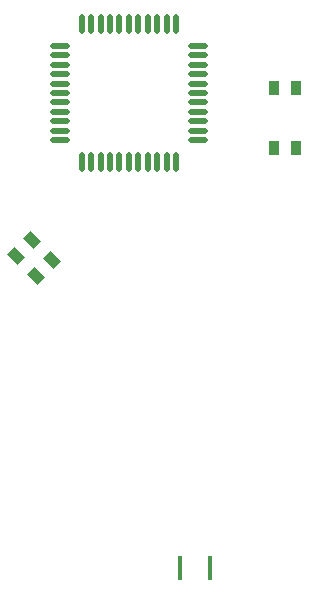
<source format=gtp>
G04*
G04 #@! TF.GenerationSoftware,Altium Limited,Altium Designer,22.2.1 (43)*
G04*
G04 Layer_Color=8421504*
%FSLAX25Y25*%
%MOIN*%
G70*
G04*
G04 #@! TF.SameCoordinates,9C75C661-4079-485B-A4B9-5B77D2324FE1*
G04*
G04*
G04 #@! TF.FilePolarity,Positive*
G04*
G01*
G75*
%ADD18O,0.01968X0.06693*%
%ADD19O,0.06693X0.01968*%
%ADD20R,0.03500X0.05000*%
%ADD21R,0.01500X0.08465*%
G04:AMPARAMS|DCode=22|XSize=50mil|YSize=35mil|CornerRadius=0mil|HoleSize=0mil|Usage=FLASHONLY|Rotation=135.000|XOffset=0mil|YOffset=0mil|HoleType=Round|Shape=Rectangle|*
%AMROTATEDRECTD22*
4,1,4,0.03005,-0.00530,0.00530,-0.03005,-0.03005,0.00530,-0.00530,0.03005,0.03005,-0.00530,0.0*
%
%ADD22ROTATEDRECTD22*%

D18*
X107931Y156232D02*
D03*
X111081D02*
D03*
X114230D02*
D03*
X117380D02*
D03*
X120530D02*
D03*
X123679D02*
D03*
X126829D02*
D03*
X129978D02*
D03*
X133128D02*
D03*
X136278D02*
D03*
X139427D02*
D03*
Y202295D02*
D03*
X136278D02*
D03*
X133128D02*
D03*
X129978D02*
D03*
X126829D02*
D03*
X123679D02*
D03*
X120530D02*
D03*
X117380D02*
D03*
X114230D02*
D03*
X111081D02*
D03*
X107931D02*
D03*
D19*
X146711Y163516D02*
D03*
Y166665D02*
D03*
Y169815D02*
D03*
Y172965D02*
D03*
Y176114D02*
D03*
Y179264D02*
D03*
Y182413D02*
D03*
Y185563D02*
D03*
Y188713D02*
D03*
Y191862D02*
D03*
Y195012D02*
D03*
X100648D02*
D03*
Y191862D02*
D03*
Y188713D02*
D03*
Y185563D02*
D03*
Y182413D02*
D03*
Y179264D02*
D03*
Y176114D02*
D03*
Y172965D02*
D03*
Y169815D02*
D03*
Y166665D02*
D03*
Y163516D02*
D03*
D20*
X179516Y180922D02*
D03*
X172036D02*
D03*
X179516Y161022D02*
D03*
X172036D02*
D03*
D21*
X150788Y20906D02*
D03*
X140552D02*
D03*
D22*
X98065Y123536D02*
D03*
X92776Y118247D02*
D03*
X91465Y130136D02*
D03*
X86176Y124847D02*
D03*
M02*

</source>
